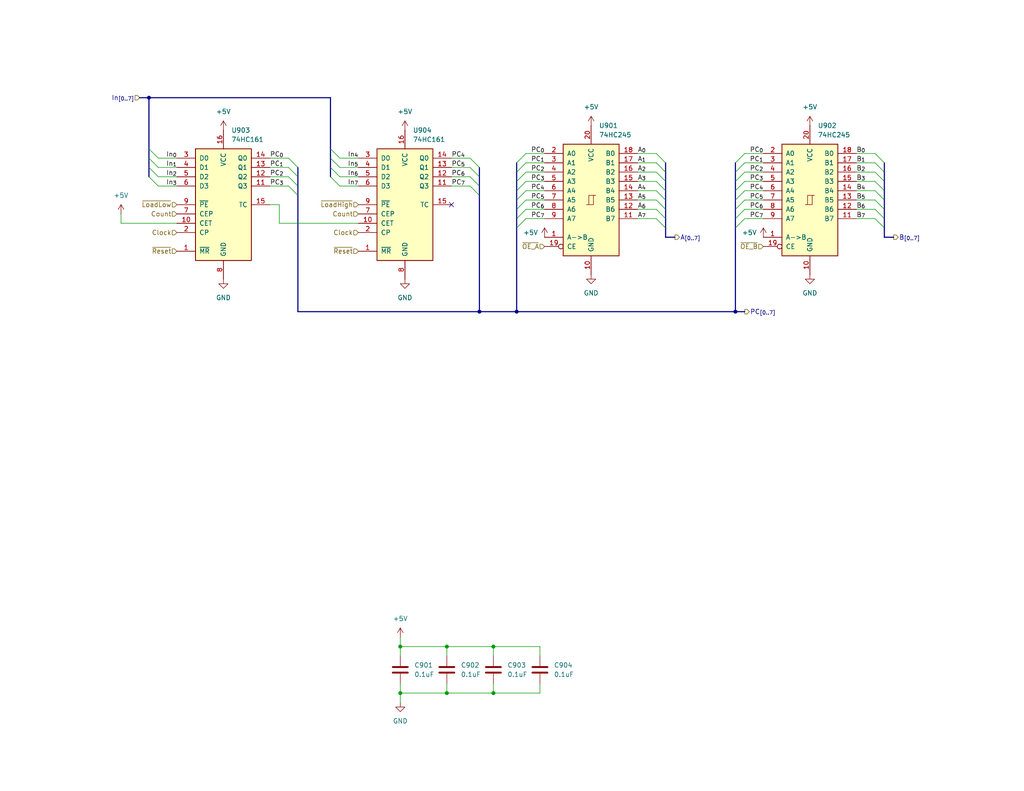
<source format=kicad_sch>
(kicad_sch (version 20250114) (generator "eeschema") (generator_version "9.0")
  (paper "USLetter")
  (title_block (title "BRISC8 CPU") (date "2025-06-26") (rev "v1.0.0") (company "Brian Duffy") (comment 3 "Compatible with the BRISC8 assembler and compiler suite.") (comment 4 "Simple 8-bit RISC CPU designed by Brian Duffy to explore the lowest level of computing."))
  (lib_symbols
    (symbol "74xx:74HC245" (pin_names (offset 1.016))
      (property "Reference" "U" (at -7.62 16.51 0))
      (property "Value" "74HC245" (at -7.62 -16.51 0))
      (symbol "74HC245_1_0"
        (polyline (pts (xy -1.27 -1.27) (xy 0.635 -1.27) (xy 0.635 1.27) (xy 1.27 1.27)))
        (polyline (pts (xy -0.635 -1.27) (xy -0.635 1.27) (xy 0.635 1.27)))
        (pin tri_state line (at -12.7 12.7 0) (length 5.08) (name "A0") (number "2"))
        (pin tri_state line (at -12.7 10.16 0) (length 5.08) (name "A1") (number "3"))
        (pin tri_state line (at -12.7 7.62 0) (length 5.08) (name "A2") (number "4"))
        (pin tri_state line (at -12.7 5.08 0) (length 5.08) (name "A3") (number "5"))
        (pin tri_state line (at -12.7 2.54 0) (length 5.08) (name "A4") (number "6"))
        (pin tri_state line (at -12.7 0 0) (length 5.08) (name "A5") (number "7"))
        (pin tri_state line (at -12.7 -2.54 0) (length 5.08) (name "A6") (number "8"))
        (pin tri_state line (at -12.7 -5.08 0) (length 5.08) (name "A7") (number "9"))
        (pin input line (at -12.7 -10.16 0) (length 5.08) (name "A->B") (number "1"))
        (pin input inverted (at -12.7 -12.7 0) (length 5.08) (name "CE") (number "19"))
        (pin power_in line (at 0 20.32 270) (length 5.08) (name "VCC") (number "20"))
        (pin power_in line (at 0 -20.32 90) (length 5.08) (name "GND") (number "10"))
        (pin tri_state line (at 12.7 12.7 180) (length 5.08) (name "B0") (number "18"))
        (pin tri_state line (at 12.7 10.16 180) (length 5.08) (name "B1") (number "17"))
        (pin tri_state line (at 12.7 7.62 180) (length 5.08) (name "B2") (number "16"))
        (pin tri_state line (at 12.7 5.08 180) (length 5.08) (name "B3") (number "15"))
        (pin tri_state line (at 12.7 2.54 180) (length 5.08) (name "B4") (number "14"))
        (pin tri_state line (at 12.7 0 180) (length 5.08) (name "B5") (number "13"))
        (pin tri_state line (at 12.7 -2.54 180) (length 5.08) (name "B6") (number "12"))
        (pin tri_state line (at 12.7 -5.08 180) (length 5.08) (name "B7") (number "11"))
      )
      (symbol "74HC245_1_1"
        (rectangle (start -7.62 15.24) (end 7.62 -15.24) (stroke (width 0.254)) (fill (type background)))
      )
    )
    (symbol "74xx:74LS161" (pin_names (offset 1.016))
      (property "Reference" "U" (at -7.62 16.51 0))
      (property "Value" "74LS161" (at -7.62 -16.51 0))
      (symbol "74LS161_1_0"
        (pin input line (at -12.7 12.7 0) (length 5.08) (name "D0") (number "3"))
        (pin input line (at -12.7 10.16 0) (length 5.08) (name "D1") (number "4"))
        (pin input line (at -12.7 7.62 0) (length 5.08) (name "D2") (number "5"))
        (pin input line (at -12.7 5.08 0) (length 5.08) (name "D3") (number "6"))
        (pin input line (at -12.7 0 0) (length 5.08) (name "~{PE}") (number "9"))
        (pin input line (at -12.7 -2.54 0) (length 5.08) (name "CEP") (number "7"))
        (pin input line (at -12.7 -5.08 0) (length 5.08) (name "CET") (number "10"))
        (pin input line (at -12.7 -7.62 0) (length 5.08) (name "CP") (number "2"))
        (pin input line (at -12.7 -12.7 0) (length 5.08) (name "~{MR}") (number "1"))
        (pin power_in line (at 0 20.32 270) (length 5.08) (name "VCC") (number "16"))
        (pin power_in line (at 0 -20.32 90) (length 5.08) (name "GND") (number "8"))
        (pin output line (at 12.7 12.7 180) (length 5.08) (name "Q0") (number "14"))
        (pin output line (at 12.7 10.16 180) (length 5.08) (name "Q1") (number "13"))
        (pin output line (at 12.7 7.62 180) (length 5.08) (name "Q2") (number "12"))
        (pin output line (at 12.7 5.08 180) (length 5.08) (name "Q3") (number "11"))
        (pin output line (at 12.7 0 180) (length 5.08) (name "TC") (number "15"))
      )
      (symbol "74LS161_1_1"
        (rectangle (start -7.62 15.24) (end 7.62 -15.24) (stroke (width 0.254)) (fill (type background)))
      )
    )
    (symbol "Device:C" (pin_numbers (hide yes)) (pin_names (offset 0.254))
      (property "Reference" "C" (at 0.635 2.54 0))
      (property "Value" "C" (at 0.635 -2.54 0))
      (symbol "C_0_1"
        (polyline (pts (xy -2.032 0.762) (xy 2.032 0.762)) (stroke (width 0.508)))
        (polyline (pts (xy -2.032 -0.762) (xy 2.032 -0.762)) (stroke (width 0.508)))
      )
      (symbol "C_1_1"
        (pin passive line (at 0 3.81 270) (length 2.794) (name "~") (number "1"))
        (pin passive line (at 0 -3.81 90) (length 2.794) (name "~") (number "2"))
      )
    )
    (symbol "power:+5V" (power) (pin_numbers (hide yes)) (pin_names (offset 0) (hide yes))
      (property "Value" "+5V" (at 0 3.556 0))
      (symbol "+5V_0_1"
        (polyline (pts (xy -0.762 1.27) (xy 0 2.54)))
        (polyline (pts (xy 0 2.54) (xy 0.762 1.27)))
        (polyline (pts (xy 0 0) (xy 0 2.54)))
      )
      (symbol "+5V_1_1"
        (pin power_in line (at 0 0 90) (length 0) (name "~") (number "1"))
      )
    )
    (symbol "power:GND" (power) (pin_numbers (hide yes)) (pin_names (offset 0) (hide yes))
      (property "Value" "GND" (at 0 -3.81 0))
      (symbol "GND_0_1"
        (polyline (pts (xy 0 0) (xy 0 -1.27) (xy 1.27 -1.27) (xy 0 -2.54) (xy -1.27 -1.27) (xy 0 -1.27)))
      )
      (symbol "GND_1_1"
        (pin power_in line (at 0 0 270) (length 0) (name "~") (number "1"))
      )
    )
  )
  (junction (at 130.81 85.09))
  (junction (at 109.22 176.53))
  (junction (at 134.62 189.23))
  (junction (at 121.92 176.53))
  (junction (at 109.22 189.23))
  (junction (at 40.64 26.67))
  (junction (at 200.66 85.09))
  (junction (at 134.62 176.53))
  (junction (at 140.97 85.09))
  (junction (at 121.92 189.23))
  (no_connect (at 123.19 55.88))
  (bus_entry (at 40.64 43.18) (size 2.54 2.54))
  (bus_entry (at 238.76 44.45) (size 2.54 2.54))
  (bus_entry (at 200.66 57.15) (size 2.54 -2.54))
  (bus_entry (at 128.27 48.26) (size 2.54 2.54))
  (bus_entry (at 179.07 49.53) (size 2.54 2.54))
  (bus_entry (at 179.07 57.15) (size 2.54 2.54))
  (bus_entry (at 140.97 46.99) (size 2.54 -2.54))
  (bus_entry (at 200.66 52.07) (size 2.54 -2.54))
  (bus_entry (at 78.74 48.26) (size 2.54 2.54))
  (bus_entry (at 140.97 57.15) (size 2.54 -2.54))
  (bus_entry (at 90.17 40.64) (size 2.54 2.54))
  (bus_entry (at 200.66 59.69) (size 2.54 -2.54))
  (bus_entry (at 238.76 59.69) (size 2.54 2.54))
  (bus_entry (at 78.74 43.18) (size 2.54 2.54))
  (bus_entry (at 179.07 41.91) (size 2.54 2.54))
  (bus_entry (at 90.17 48.26) (size 2.54 2.54))
  (bus_entry (at 200.66 62.23) (size 2.54 -2.54))
  (bus_entry (at 238.76 52.07) (size 2.54 2.54))
  (bus_entry (at 179.07 52.07) (size 2.54 2.54))
  (bus_entry (at 238.76 49.53) (size 2.54 2.54))
  (bus_entry (at 128.27 50.8) (size 2.54 2.54))
  (bus_entry (at 90.17 45.72) (size 2.54 2.54))
  (bus_entry (at 179.07 54.61) (size 2.54 2.54))
  (bus_entry (at 200.66 44.45) (size 2.54 -2.54))
  (bus_entry (at 140.97 54.61) (size 2.54 -2.54))
  (bus_entry (at 128.27 45.72) (size 2.54 2.54))
  (bus_entry (at 78.74 50.8) (size 2.54 2.54))
  (bus_entry (at 90.17 43.18) (size 2.54 2.54))
  (bus_entry (at 78.74 45.72) (size 2.54 2.54))
  (bus_entry (at 238.76 46.99) (size 2.54 2.54))
  (bus_entry (at 179.07 46.99) (size 2.54 2.54))
  (bus_entry (at 40.64 40.64) (size 2.54 2.54))
  (bus_entry (at 200.66 46.99) (size 2.54 -2.54))
  (bus_entry (at 238.76 57.15) (size 2.54 2.54))
  (bus_entry (at 140.97 49.53) (size 2.54 -2.54))
  (bus_entry (at 140.97 59.69) (size 2.54 -2.54))
  (bus_entry (at 179.07 59.69) (size 2.54 2.54))
  (bus_entry (at 40.64 45.72) (size 2.54 2.54))
  (bus_entry (at 179.07 44.45) (size 2.54 2.54))
  (bus_entry (at 238.76 54.61) (size 2.54 2.54))
  (bus_entry (at 200.66 54.61) (size 2.54 -2.54))
  (bus_entry (at 128.27 43.18) (size 2.54 2.54))
  (bus_entry (at 140.97 52.07) (size 2.54 -2.54))
  (bus_entry (at 40.64 48.26) (size 2.54 2.54))
  (bus_entry (at 140.97 44.45) (size 2.54 -2.54))
  (bus_entry (at 140.97 62.23) (size 2.54 -2.54))
  (bus_entry (at 238.76 41.91) (size 2.54 2.54))
  (bus_entry (at 200.66 49.53) (size 2.54 -2.54))
  (wire (pts (xy 233.68 49.53) (xy 238.76 49.53)))
  (bus (pts (xy 140.97 52.07) (xy 140.97 54.61)))
  (wire (pts (xy 33.02 58.42) (xy 33.02 60.96)))
  (bus (pts (xy 130.81 85.09) (xy 140.97 85.09)))
  (bus (pts (xy 241.3 54.61) (xy 241.3 57.15)))
  (wire (pts (xy 233.68 59.69) (xy 238.76 59.69)))
  (wire (pts (xy 173.99 49.53) (xy 179.07 49.53)))
  (bus (pts (xy 40.64 45.72) (xy 40.64 48.26)))
  (wire (pts (xy 121.92 176.53) (xy 121.92 179.07)))
  (wire (pts (xy 121.92 189.23) (xy 109.22 189.23)))
  (wire (pts (xy 143.51 57.15) (xy 148.59 57.15)))
  (bus (pts (xy 200.66 52.07) (xy 200.66 54.61)))
  (bus (pts (xy 181.61 44.45) (xy 181.61 46.99)))
  (wire (pts (xy 134.62 189.23) (xy 121.92 189.23)))
  (bus (pts (xy 241.3 64.77) (xy 243.84 64.77)))
  (wire (pts (xy 92.71 48.26) (xy 97.79 48.26)))
  (wire (pts (xy 143.51 44.45) (xy 148.59 44.45)))
  (wire (pts (xy 173.99 44.45) (xy 179.07 44.45)))
  (bus (pts (xy 140.97 57.15) (xy 140.97 59.69)))
  (bus (pts (xy 81.28 53.34) (xy 81.28 85.09)))
  (wire (pts (xy 173.99 59.69) (xy 179.07 59.69)))
  (wire (pts (xy 203.2 46.99) (xy 208.28 46.99)))
  (bus (pts (xy 130.81 48.26) (xy 130.81 50.8)))
  (bus (pts (xy 90.17 40.64) (xy 90.17 26.67)))
  (wire (pts (xy 173.99 41.91) (xy 179.07 41.91)))
  (bus (pts (xy 81.28 45.72) (xy 81.28 48.26)))
  (wire (pts (xy 173.99 54.61) (xy 179.07 54.61)))
  (wire (pts (xy 203.2 49.53) (xy 208.28 49.53)))
  (wire (pts (xy 233.68 44.45) (xy 238.76 44.45)))
  (bus (pts (xy 81.28 85.09) (xy 130.81 85.09)))
  (wire (pts (xy 134.62 176.53) (xy 147.32 176.53)))
  (wire (pts (xy 73.66 45.72) (xy 78.74 45.72)))
  (bus (pts (xy 200.66 49.53) (xy 200.66 52.07)))
  (bus (pts (xy 200.66 46.99) (xy 200.66 49.53)))
  (wire (pts (xy 123.19 48.26) (xy 128.27 48.26)))
  (wire (pts (xy 203.2 57.15) (xy 208.28 57.15)))
  (bus (pts (xy 241.3 52.07) (xy 241.3 54.61)))
  (bus (pts (xy 40.64 26.67) (xy 40.64 40.64)))
  (wire (pts (xy 123.19 45.72) (xy 128.27 45.72)))
  (wire (pts (xy 123.19 50.8) (xy 128.27 50.8)))
  (bus (pts (xy 140.97 49.53) (xy 140.97 52.07)))
  (bus (pts (xy 90.17 43.18) (xy 90.17 40.64)))
  (wire (pts (xy 43.18 43.18) (xy 48.26 43.18)))
  (bus (pts (xy 140.97 44.45) (xy 140.97 46.99)))
  (wire (pts (xy 147.32 176.53) (xy 147.32 179.07)))
  (wire (pts (xy 233.68 41.91) (xy 238.76 41.91)))
  (wire (pts (xy 109.22 173.99) (xy 109.22 176.53)))
  (bus (pts (xy 140.97 54.61) (xy 140.97 57.15)))
  (wire (pts (xy 121.92 176.53) (xy 134.62 176.53)))
  (bus (pts (xy 90.17 48.26) (xy 90.17 45.72)))
  (bus (pts (xy 140.97 46.99) (xy 140.97 49.53)))
  (wire (pts (xy 143.51 54.61) (xy 148.59 54.61)))
  (bus (pts (xy 241.3 62.23) (xy 241.3 64.77)))
  (wire (pts (xy 203.2 52.07) (xy 208.28 52.07)))
  (wire (pts (xy 76.2 60.96) (xy 97.79 60.96)))
  (wire (pts (xy 203.2 41.91) (xy 208.28 41.91)))
  (wire (pts (xy 92.71 43.18) (xy 97.79 43.18)))
  (bus (pts (xy 181.61 57.15) (xy 181.61 59.69)))
  (wire (pts (xy 147.32 189.23) (xy 134.62 189.23)))
  (wire (pts (xy 43.18 45.72) (xy 48.26 45.72)))
  (bus (pts (xy 241.3 57.15) (xy 241.3 59.69)))
  (wire (pts (xy 143.51 52.07) (xy 148.59 52.07)))
  (wire (pts (xy 109.22 189.23) (xy 109.22 186.69)))
  (wire (pts (xy 134.62 176.53) (xy 134.62 179.07)))
  (wire (pts (xy 48.26 60.96) (xy 33.02 60.96)))
  (wire (pts (xy 73.66 43.18) (xy 78.74 43.18)))
  (wire (pts (xy 233.68 54.61) (xy 238.76 54.61)))
  (bus (pts (xy 200.66 57.15) (xy 200.66 59.69)))
  (bus (pts (xy 140.97 85.09) (xy 200.66 85.09)))
  (wire (pts (xy 173.99 46.99) (xy 179.07 46.99)))
  (bus (pts (xy 241.3 59.69) (xy 241.3 62.23)))
  (bus (pts (xy 38.1 26.67) (xy 40.64 26.67)))
  (bus (pts (xy 40.64 43.18) (xy 40.64 45.72)))
  (bus (pts (xy 181.61 62.23) (xy 181.61 64.77)))
  (bus (pts (xy 130.81 53.34) (xy 130.81 85.09)))
  (wire (pts (xy 173.99 52.07) (xy 179.07 52.07)))
  (bus (pts (xy 81.28 48.26) (xy 81.28 50.8)))
  (wire (pts (xy 233.68 52.07) (xy 238.76 52.07)))
  (bus (pts (xy 90.17 45.72) (xy 90.17 43.18)))
  (bus (pts (xy 40.64 40.64) (xy 40.64 43.18)))
  (bus (pts (xy 130.81 45.72) (xy 130.81 48.26)))
  (wire (pts (xy 147.32 186.69) (xy 147.32 189.23)))
  (bus (pts (xy 200.66 62.23) (xy 200.66 85.09)))
  (bus (pts (xy 140.97 59.69) (xy 140.97 62.23)))
  (bus (pts (xy 140.97 62.23) (xy 140.97 85.09)))
  (bus (pts (xy 130.81 50.8) (xy 130.81 53.34)))
  (wire (pts (xy 92.71 50.8) (xy 97.79 50.8)))
  (wire (pts (xy 109.22 179.07) (xy 109.22 176.53)))
  (wire (pts (xy 203.2 54.61) (xy 208.28 54.61)))
  (bus (pts (xy 181.61 46.99) (xy 181.61 49.53)))
  (bus (pts (xy 241.3 44.45) (xy 241.3 46.99)))
  (wire (pts (xy 43.18 48.26) (xy 48.26 48.26)))
  (wire (pts (xy 203.2 59.69) (xy 208.28 59.69)))
  (wire (pts (xy 73.66 50.8) (xy 78.74 50.8)))
  (wire (pts (xy 233.68 46.99) (xy 238.76 46.99)))
  (wire (pts (xy 173.99 57.15) (xy 179.07 57.15)))
  (wire (pts (xy 43.18 50.8) (xy 48.26 50.8)))
  (wire (pts (xy 123.19 43.18) (xy 128.27 43.18)))
  (bus (pts (xy 181.61 59.69) (xy 181.61 62.23)))
  (wire (pts (xy 109.22 176.53) (xy 121.92 176.53)))
  (bus (pts (xy 200.66 59.69) (xy 200.66 62.23)))
  (bus (pts (xy 181.61 54.61) (xy 181.61 57.15)))
  (bus (pts (xy 200.66 54.61) (xy 200.66 57.15)))
  (wire (pts (xy 121.92 186.69) (xy 121.92 189.23)))
  (bus (pts (xy 241.3 49.53) (xy 241.3 52.07)))
  (wire (pts (xy 233.68 57.15) (xy 238.76 57.15)))
  (wire (pts (xy 76.2 55.88) (xy 76.2 60.96)))
  (wire (pts (xy 203.2 44.45) (xy 208.28 44.45)))
  (wire (pts (xy 143.51 41.91) (xy 148.59 41.91)))
  (bus (pts (xy 200.66 44.45) (xy 200.66 46.99)))
  (wire (pts (xy 92.71 45.72) (xy 97.79 45.72)))
  (bus (pts (xy 181.61 49.53) (xy 181.61 52.07)))
  (bus (pts (xy 81.28 50.8) (xy 81.28 53.34)))
  (bus (pts (xy 203.2 85.09) (xy 200.66 85.09)))
  (bus (pts (xy 181.61 52.07) (xy 181.61 54.61)))
  (wire (pts (xy 73.66 55.88) (xy 76.2 55.88)))
  (wire (pts (xy 109.22 191.77) (xy 109.22 189.23)))
  (wire (pts (xy 143.51 46.99) (xy 148.59 46.99)))
  (wire (pts (xy 134.62 186.69) (xy 134.62 189.23)))
  (wire (pts (xy 73.66 48.26) (xy 78.74 48.26)))
  (bus (pts (xy 241.3 46.99) (xy 241.3 49.53)))
  (wire (pts (xy 143.51 49.53) (xy 148.59 49.53)))
  (bus (pts (xy 181.61 64.77) (xy 184.15 64.77)))
  (wire (pts (xy 143.51 59.69) (xy 148.59 59.69)))
  (bus (pts (xy 90.17 26.67) (xy 40.64 26.67)))
  (label "PC_{2}" (at 208.28 46.99 180))
  (label "B_{2}" (at 233.68 46.99 0))
  (label "PC_{4}" (at 148.59 52.07 180))
  (label "PC_{1}" (at 148.59 44.45 180))
  (label "A_{2}" (at 173.99 46.99 0))
  (label "PC_{4}" (at 208.28 52.07 180))
  (label "PC_{2}" (at 73.66 48.26 0))
  (label "In_{7}" (at 97.79 50.8 180))
  (label "B_{1}" (at 233.68 44.45 0))
  (label "In_{1}" (at 48.26 45.72 180))
  (label "PC_{6}" (at 208.28 57.15 180))
  (label "B_{7}" (at 233.68 59.69 0))
  (label "B_{0}" (at 233.68 41.91 0))
  (label "In_{4}" (at 97.79 43.18 180))
  (label "PC_{0}" (at 208.28 41.91 180))
  (label "PC_{3}" (at 208.28 49.53 180))
  (label "In_{2}" (at 48.26 48.26 180))
  (label "PC_{3}" (at 148.59 49.53 180))
  (label "PC_{0}" (at 73.66 43.18 0))
  (label "A_{7}" (at 173.99 59.69 0))
  (label "PC_{1}" (at 208.28 44.45 180))
  (label "PC_{6}" (at 148.59 57.15 180))
  (label "PC_{6}" (at 123.19 48.26 0))
  (label "A_{0}" (at 173.99 41.91 0))
  (label "A_{3}" (at 173.99 49.53 0))
  (label "PC_{7}" (at 148.59 59.69 180))
  (label "B_{6}" (at 233.68 57.15 0))
  (label "B_{4}" (at 233.68 52.07 0))
  (label "PC_{7}" (at 208.28 59.69 180))
  (label "PC_{3}" (at 73.66 50.8 0))
  (label "A_{5}" (at 173.99 54.61 0))
  (label "In_{3}" (at 48.26 50.8 180))
  (label "PC_{7}" (at 123.19 50.8 0))
  (label "PC_{4}" (at 123.19 43.18 0))
  (label "PC_{0}" (at 148.59 41.91 180))
  (label "B_{3}" (at 233.68 49.53 0))
  (label "A_{1}" (at 173.99 44.45 0))
  (label "PC_{1}" (at 73.66 45.72 0))
  (label "A_{6}" (at 173.99 57.15 0))
  (label "PC_{2}" (at 148.59 46.99 180))
  (label "In_{6}" (at 97.79 48.26 180))
  (label "B_{5}" (at 233.68 54.61 0))
  (label "In_{5}" (at 97.79 45.72 180))
  (label "PC_{5}" (at 123.19 45.72 0))
  (label "In_{0}" (at 48.26 43.18 180))
  (label "PC_{5}" (at 148.59 54.61 180))
  (label "PC_{5}" (at 208.28 54.61 180))
  (label "A_{4}" (at 173.99 52.07 0))
  (hierarchical_label "Count" (shape input) (at 48.26 58.42 180))
  (hierarchical_label "~{Reset}" (shape input) (at 48.26 68.58 180))
  (hierarchical_label "Clock" (shape input) (at 97.79 63.5 180))
  (hierarchical_label "~{OE_A}" (shape input) (at 148.59 67.31 180))
  (hierarchical_label "Clock" (shape input) (at 48.26 63.5 180))
  (hierarchical_label "~{OE_B}" (shape input) (at 208.28 67.31 180))
  (hierarchical_label "~{Reset}" (shape input) (at 97.79 68.58 180))
  (hierarchical_label "In_{[0..7]}" (shape input) (at 38.1 26.67 180))
  (hierarchical_label "~{LoadHigh}" (shape input) (at 97.79 55.88 180))
  (hierarchical_label "~{LoadLow}" (shape input) (at 48.26 55.88 180))
  (hierarchical_label "B_{[0..7]}" (shape output) (at 243.84 64.77 0))
  (hierarchical_label "PC_{[0..7]}" (shape output) (at 203.2 85.09 0))
  (hierarchical_label "Count" (shape input) (at 97.79 58.42 180))
  (hierarchical_label "A_{[0..7]}" (shape output) (at 184.15 64.77 0))
  (symbol (lib_id "power:+5V") (at 33.02 58.42 0) (unit 1)
    (property "Reference" "#PWR0905" (effects (hide yes)))
    (property "Value" "+5V" (at 33.02 53.34 0))
    (property "Description" "Power symbol creates a global label with name \"+5V\"" (effects (hide yes)))
  )
  (symbol (lib_id "power:+5V") (at 208.28 64.77 0) (unit 1)
    (property "Reference" "#PWR0907" (effects (hide yes)))
    (property "Value" "+5V" (at 204.47 63.5 0))
    (property "Description" "Power symbol creates a global label with name \"+5V\"" (effects (hide yes)))
  )
  (symbol (lib_id "power:GND") (at 161.29 74.93 0) (unit 1)
    (property "Reference" "#PWR0908" (effects (hide yes)))
    (property "Value" "GND" (at 161.29 80.01 0))
    (property "Description" "Power symbol creates a global label with name \"GND\" , ground" (effects (hide yes)))
  )
  (symbol (lib_id "Device:C") (at 109.22 182.88 0) (unit 1)
    (property "Reference" "C901" (at 113.03 181.6099 0) (effects (justify left)))
    (property "Value" "0.1uF" (at 113.03 184.1499 0) (effects (justify left)))
    (property "Footprint" "Capacitor_THT:C_Rect_L4.0mm_W2.5mm_P2.50mm" (effects (hide yes)))
    (property "Description" "Unpolarized capacitor" (effects (hide yes)))
  )
  (symbol (lib_id "power:GND") (at 60.96 76.2 0) (unit 1)
    (property "Reference" "#PWR0910" (effects (hide yes)))
    (property "Value" "GND" (at 60.96 81.28 0))
    (property "Description" "Power symbol creates a global label with name \"GND\" , ground" (effects (hide yes)))
  )
  (symbol (lib_id "power:GND") (at 110.49 76.2 0) (unit 1)
    (property "Reference" "#PWR0911" (effects (hide yes)))
    (property "Value" "GND" (at 110.49 81.28 0))
    (property "Description" "Power symbol creates a global label with name \"GND\" , ground" (effects (hide yes)))
  )
  (symbol (lib_id "power:+5V") (at 60.96 35.56 0) (unit 1)
    (property "Reference" "#PWR0903" (effects (hide yes)))
    (property "Value" "+5V" (at 60.96 30.48 0))
    (property "Description" "Power symbol creates a global label with name \"+5V\"" (effects (hide yes)))
  )
  (symbol (lib_id "Device:C") (at 121.92 182.88 0) (unit 1)
    (property "Reference" "C902" (at 125.73 181.6099 0) (effects (justify left)))
    (property "Value" "0.1uF" (at 125.73 184.1499 0) (effects (justify left)))
    (property "Footprint" "Capacitor_THT:C_Rect_L4.0mm_W2.5mm_P2.50mm" (effects (hide yes)))
    (property "Description" "Unpolarized capacitor" (effects (hide yes)))
  )
  (symbol (lib_id "power:+5V") (at 161.29 34.29 0) (unit 1)
    (property "Reference" "#PWR0901" (effects (hide yes)))
    (property "Value" "+5V" (at 161.29 29.21 0))
    (property "Description" "Power symbol creates a global label with name \"+5V\"" (effects (hide yes)))
  )
  (symbol (lib_id "74xx:74HC245") (at 161.29 54.61 0) (unit 1)
    (property "Reference" "U901" (at 163.4333 34.29 0) (effects (justify left)))
    (property "Value" "74HC245" (at 163.4333 36.83 0) (effects (justify left)))
    (property "Footprint" "Package_DIP:DIP-20_W7.62mm" (effects (hide yes)))
    (property "Datasheet" "http://www.ti.com/lit/gpn/sn74HC245" (effects (hide yes)))
    (property "Description" "Octal BUS Transceivers, 3-State outputs" (effects (hide yes)))
  )
  (symbol (lib_id "74xx:74LS161") (at 60.96 55.88 0) (unit 1)
    (property "Reference" "U903" (at 63.1033 35.56 0) (effects (justify left)))
    (property "Value" "74HC161" (at 63.1033 38.1 0) (effects (justify left)))
    (property "Footprint" "Package_DIP:DIP-16_W7.62mm" (effects (hide yes)))
    (property "Datasheet" "http://www.ti.com/lit/gpn/sn74LS161" (effects (hide yes)))
    (property "Description" "Synchronous 4-bit programmable binary Counter" (effects (hide yes)))
  )
  (symbol (lib_id "74xx:74LS161") (at 110.49 55.88 0) (unit 1)
    (property "Reference" "U904" (at 112.6333 35.56 0) (effects (justify left)))
    (property "Value" "74HC161" (at 112.6333 38.1 0) (effects (justify left)))
    (property "Footprint" "Package_DIP:DIP-16_W7.62mm" (effects (hide yes)))
    (property "Datasheet" "http://www.ti.com/lit/gpn/sn74LS161" (effects (hide yes)))
    (property "Description" "Synchronous 4-bit programmable binary Counter" (effects (hide yes)))
  )
  (symbol (lib_id "Device:C") (at 147.32 182.88 0) (unit 1)
    (property "Reference" "C904" (at 151.13 181.6099 0) (effects (justify left)))
    (property "Value" "0.1uF" (at 151.13 184.1499 0) (effects (justify left)))
    (property "Footprint" "Capacitor_THT:C_Rect_L4.0mm_W2.5mm_P2.50mm" (effects (hide yes)))
    (property "Description" "Unpolarized capacitor" (effects (hide yes)))
  )
  (symbol (lib_id "power:+5V") (at 109.22 173.99 0) (unit 1)
    (property "Reference" "#PWR0912" (effects (hide yes)))
    (property "Value" "+5V" (at 109.22 168.91 0))
    (property "Description" "Power symbol creates a global label with name \"+5V\"" (effects (hide yes)))
  )
  (symbol (lib_id "power:GND") (at 220.98 74.93 0) (unit 1)
    (property "Reference" "#PWR0909" (effects (hide yes)))
    (property "Value" "GND" (at 220.98 80.01 0))
    (property "Description" "Power symbol creates a global label with name \"GND\" , ground" (effects (hide yes)))
  )
  (symbol (lib_id "power:+5V") (at 220.98 34.29 0) (unit 1)
    (property "Reference" "#PWR0902" (effects (hide yes)))
    (property "Value" "+5V" (at 220.98 29.21 0))
    (property "Description" "Power symbol creates a global label with name \"+5V\"" (effects (hide yes)))
  )
  (symbol (lib_id "74xx:74HC245") (at 220.98 54.61 0) (unit 1)
    (property "Reference" "U902" (at 223.1233 34.29 0) (effects (justify left)))
    (property "Value" "74HC245" (at 223.1233 36.83 0) (effects (justify left)))
    (property "Footprint" "Package_DIP:DIP-20_W7.62mm" (effects (hide yes)))
    (property "Datasheet" "http://www.ti.com/lit/gpn/sn74HC245" (effects (hide yes)))
    (property "Description" "Octal BUS Transceivers, 3-State outputs" (effects (hide yes)))
  )
  (symbol (lib_id "Device:C") (at 134.62 182.88 0) (unit 1)
    (property "Reference" "C903" (at 138.43 181.6099 0) (effects (justify left)))
    (property "Value" "0.1uF" (at 138.43 184.1499 0) (effects (justify left)))
    (property "Footprint" "Capacitor_THT:C_Rect_L4.0mm_W2.5mm_P2.50mm" (effects (hide yes)))
    (property "Description" "Unpolarized capacitor" (effects (hide yes)))
  )
  (symbol (lib_id "power:+5V") (at 110.49 35.56 0) (unit 1)
    (property "Reference" "#PWR0904" (effects (hide yes)))
    (property "Value" "+5V" (at 110.49 30.48 0))
    (property "Description" "Power symbol creates a global label with name \"+5V\"" (effects (hide yes)))
  )
  (symbol (lib_id "power:+5V") (at 148.59 64.77 0) (unit 1)
    (property "Reference" "#PWR0906" (effects (hide yes)))
    (property "Value" "+5V" (at 144.78 63.5 0))
    (property "Description" "Power symbol creates a global label with name \"+5V\"" (effects (hide yes)))
  )
  (symbol (lib_id "power:GND") (at 109.22 191.77 0) (unit 1)
    (property "Reference" "#PWR0913" (effects (hide yes)))
    (property "Value" "GND" (at 109.22 196.85 0))
    (property "Description" "Power symbol creates a global label with name \"GND\" , ground" (effects (hide yes)))
  )
)
</source>
